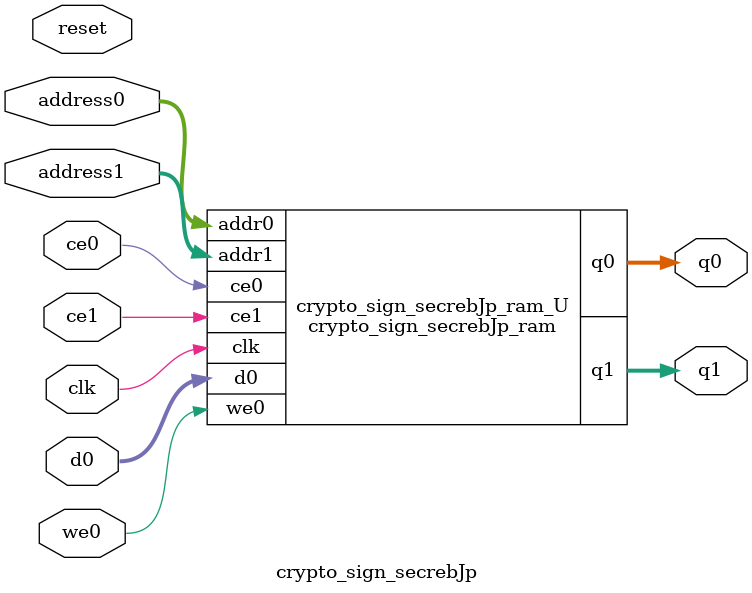
<source format=v>
`timescale 1 ns / 1 ps
module crypto_sign_secrebJp_ram (addr0, ce0, d0, we0, q0, addr1, ce1, q1,  clk);

parameter DWIDTH = 8;
parameter AWIDTH = 5;
parameter MEM_SIZE = 32;

input[AWIDTH-1:0] addr0;
input ce0;
input[DWIDTH-1:0] d0;
input we0;
output reg[DWIDTH-1:0] q0;
input[AWIDTH-1:0] addr1;
input ce1;
output reg[DWIDTH-1:0] q1;
input clk;

(* ram_style = "distributed" *)reg [DWIDTH-1:0] ram[0:MEM_SIZE-1];




always @(posedge clk)  
begin 
    if (ce0) begin
        if (we0) 
            ram[addr0] <= d0; 
        q0 <= ram[addr0];
    end
end


always @(posedge clk)  
begin 
    if (ce1) begin
        q1 <= ram[addr1];
    end
end


endmodule

`timescale 1 ns / 1 ps
module crypto_sign_secrebJp(
    reset,
    clk,
    address0,
    ce0,
    we0,
    d0,
    q0,
    address1,
    ce1,
    q1);

parameter DataWidth = 32'd8;
parameter AddressRange = 32'd32;
parameter AddressWidth = 32'd5;
input reset;
input clk;
input[AddressWidth - 1:0] address0;
input ce0;
input we0;
input[DataWidth - 1:0] d0;
output[DataWidth - 1:0] q0;
input[AddressWidth - 1:0] address1;
input ce1;
output[DataWidth - 1:0] q1;



crypto_sign_secrebJp_ram crypto_sign_secrebJp_ram_U(
    .clk( clk ),
    .addr0( address0 ),
    .ce0( ce0 ),
    .we0( we0 ),
    .d0( d0 ),
    .q0( q0 ),
    .addr1( address1 ),
    .ce1( ce1 ),
    .q1( q1 ));

endmodule


</source>
